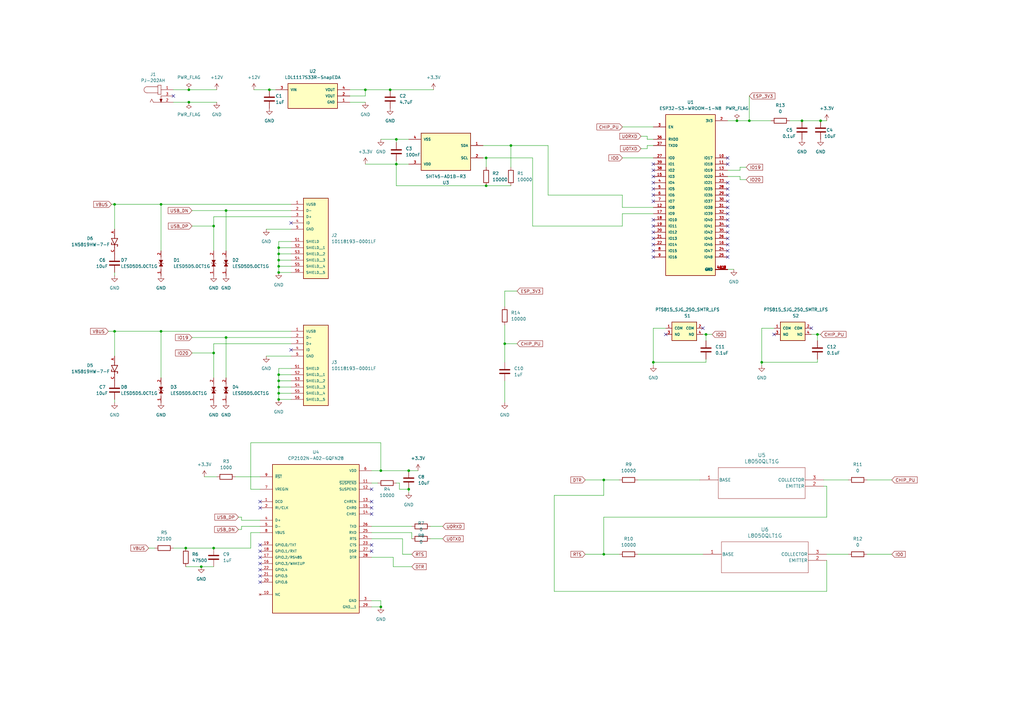
<source format=kicad_sch>
(kicad_sch (version 20230121) (generator eeschema)
  (paper "A3")
  (junction (at 162.56 67.31))
  (junction (at 302.26 49.53))
  (junction (at 209.55 59.69))
  (junction (at 82.55 232.41))
  (junction (at 267.97 148.59))
  (junction (at 156.21 248.92))
  (junction (at 247.65 196.85))
  (junction (at 335.28 137.16))
  (junction (at 114.3 109.22))
  (junction (at 114.3 104.14))
  (junction (at 160.02 36.83))
  (junction (at 199.39 76.2))
  (junction (at 247.65 227.33))
  (junction (at 114.3 156.21))
  (junction (at 289.56 137.16))
  (junction (at 328.93 49.53))
  (junction (at 87.63 224.79))
  (junction (at 156.21 193.04))
  (junction (at 46.99 135.89))
  (junction (at 114.3 106.68))
  (junction (at 110.49 36.83))
  (junction (at 336.55 49.53))
  (junction (at 66.04 135.89))
  (junction (at 207.01 140.97))
  (junction (at 307.34 49.53))
  (junction (at 92.71 86.36))
  (junction (at 149.86 36.83))
  (junction (at 77.47 36.83))
  (junction (at 312.42 148.59))
  (junction (at 114.3 153.67))
  (junction (at 46.99 83.82))
  (junction (at 87.63 144.78))
  (junction (at 114.3 161.29))
  (junction (at 114.3 163.83))
  (junction (at 167.64 193.04))
  (junction (at 114.3 158.75))
  (junction (at 66.04 83.82))
  (junction (at 87.63 92.71))
  (junction (at 114.3 111.76))
  (junction (at 76.2 224.79))
  (junction (at 162.56 57.15))
  (junction (at 77.47 41.91))
  (junction (at 167.64 200.66))
  (junction (at 114.3 101.6))
  (junction (at 199.39 64.77))
  (junction (at 92.71 138.43))
  (no_connect (at 267.97 69.85))
  (no_connect (at 119.38 143.51))
  (no_connect (at 298.45 64.77))
  (no_connect (at 298.45 105.41))
  (no_connect (at 152.4 223.52))
  (no_connect (at 298.45 90.17))
  (no_connect (at 267.97 105.41))
  (no_connect (at 267.97 92.71))
  (no_connect (at 267.97 72.39))
  (no_connect (at 267.97 97.79))
  (no_connect (at 298.45 87.63))
  (no_connect (at 71.12 39.37))
  (no_connect (at 267.97 82.55))
  (no_connect (at 152.4 226.06))
  (no_connect (at 267.97 77.47))
  (no_connect (at 298.45 95.25))
  (no_connect (at 298.45 67.31))
  (no_connect (at 106.68 238.76))
  (no_connect (at 298.45 74.93))
  (no_connect (at 317.5 137.16))
  (no_connect (at 267.97 90.17))
  (no_connect (at 106.68 236.22))
  (no_connect (at 152.4 210.82))
  (no_connect (at 298.45 80.01))
  (no_connect (at 106.68 223.52))
  (no_connect (at 298.45 92.71))
  (no_connect (at 106.68 233.68))
  (no_connect (at 298.45 82.55))
  (no_connect (at 106.68 231.14))
  (no_connect (at 152.4 208.28))
  (no_connect (at 298.45 102.87))
  (no_connect (at 267.97 102.87))
  (no_connect (at 288.29 134.62))
  (no_connect (at 267.97 100.33))
  (no_connect (at 152.4 205.74))
  (no_connect (at 106.68 208.28))
  (no_connect (at 298.45 85.09))
  (no_connect (at 298.45 77.47))
  (no_connect (at 267.97 67.31))
  (no_connect (at 267.97 74.93))
  (no_connect (at 298.45 100.33))
  (no_connect (at 298.45 97.79))
  (no_connect (at 152.4 200.66))
  (no_connect (at 106.68 228.6))
  (no_connect (at 273.05 137.16))
  (no_connect (at 106.68 226.06))
  (no_connect (at 332.74 134.62))
  (no_connect (at 119.38 91.44))
  (no_connect (at 267.97 80.01))
  (no_connect (at 267.97 95.25))
  (no_connect (at 106.68 205.74))
  (wire (pts (xy 143.51 36.83) (xy 149.86 36.83)))
  (wire (pts (xy 267.97 148.59) (xy 289.56 148.59)))
  (wire (pts (xy 114.3 158.75) (xy 119.38 158.75)))
  (wire (pts (xy 199.39 64.77) (xy 218.44 64.77)))
  (wire (pts (xy 46.99 83.82) (xy 66.04 83.82)))
  (wire (pts (xy 156.21 246.38) (xy 156.21 248.92)))
  (wire (pts (xy 207.01 156.21) (xy 207.01 165.1)))
  (wire (pts (xy 162.56 66.04) (xy 162.56 67.31)))
  (wire (pts (xy 110.49 36.83) (xy 113.03 36.83)))
  (wire (pts (xy 261.62 227.33) (xy 288.29 227.33)))
  (wire (pts (xy 114.3 104.14) (xy 114.3 106.68)))
  (wire (pts (xy 289.56 137.16) (xy 292.1 137.16)))
  (wire (pts (xy 198.12 64.77) (xy 199.39 64.77)))
  (wire (pts (xy 255.27 92.71) (xy 255.27 87.63)))
  (wire (pts (xy 104.14 36.83) (xy 110.49 36.83)))
  (wire (pts (xy 161.29 228.6) (xy 161.29 232.41)))
  (wire (pts (xy 71.12 41.91) (xy 77.47 41.91)))
  (wire (pts (xy 149.86 36.83) (xy 160.02 36.83)))
  (wire (pts (xy 207.01 140.97) (xy 207.01 148.59)))
  (wire (pts (xy 255.27 85.09) (xy 267.97 85.09)))
  (wire (pts (xy 162.56 57.15) (xy 162.56 58.42)))
  (wire (pts (xy 114.3 101.6) (xy 114.3 104.14)))
  (wire (pts (xy 209.55 59.69) (xy 198.12 59.69)))
  (wire (pts (xy 255.27 87.63) (xy 267.97 87.63)))
  (wire (pts (xy 298.45 72.39) (xy 303.53 72.39)))
  (wire (pts (xy 114.3 104.14) (xy 119.38 104.14)))
  (wire (pts (xy 335.28 137.16) (xy 336.55 137.16)))
  (wire (pts (xy 114.3 109.22) (xy 114.3 111.76)))
  (wire (pts (xy 114.3 99.06) (xy 114.3 101.6)))
  (wire (pts (xy 66.04 83.82) (xy 119.38 83.82)))
  (wire (pts (xy 339.09 49.53) (xy 336.55 49.53)))
  (wire (pts (xy 224.79 59.69) (xy 209.55 59.69)))
  (wire (pts (xy 71.12 36.83) (xy 77.47 36.83)))
  (wire (pts (xy 207.01 140.97) (xy 212.09 140.97)))
  (wire (pts (xy 99.06 217.17) (xy 99.06 215.9)))
  (wire (pts (xy 262.89 55.88) (xy 265.43 55.88)))
  (wire (pts (xy 152.4 218.44) (xy 168.91 218.44)))
  (wire (pts (xy 312.42 134.62) (xy 312.42 148.59)))
  (wire (pts (xy 78.74 138.43) (xy 92.71 138.43)))
  (wire (pts (xy 303.53 69.85) (xy 303.53 68.58)))
  (wire (pts (xy 87.63 144.78) (xy 87.63 140.97)))
  (wire (pts (xy 114.3 156.21) (xy 114.3 158.75)))
  (wire (pts (xy 339.09 229.87) (xy 339.09 242.57)))
  (wire (pts (xy 78.74 86.36) (xy 92.71 86.36)))
  (wire (pts (xy 114.3 158.75) (xy 114.3 161.29)))
  (wire (pts (xy 335.28 147.32) (xy 335.28 148.59)))
  (wire (pts (xy 87.63 144.78) (xy 87.63 154.94)))
  (wire (pts (xy 87.63 88.9) (xy 119.38 88.9)))
  (wire (pts (xy 176.53 220.98) (xy 181.61 220.98)))
  (wire (pts (xy 337.82 196.85) (xy 347.98 196.85)))
  (wire (pts (xy 336.55 49.53) (xy 328.93 49.53)))
  (wire (pts (xy 339.09 242.57) (xy 227.33 242.57)))
  (wire (pts (xy 78.74 92.71) (xy 87.63 92.71)))
  (wire (pts (xy 46.99 135.89) (xy 46.99 146.05)))
  (wire (pts (xy 114.3 101.6) (xy 119.38 101.6)))
  (wire (pts (xy 298.45 69.85) (xy 303.53 69.85)))
  (wire (pts (xy 96.52 195.58) (xy 106.68 195.58)))
  (wire (pts (xy 143.51 39.37) (xy 149.86 39.37)))
  (wire (pts (xy 227.33 203.2) (xy 247.65 203.2)))
  (wire (pts (xy 152.4 246.38) (xy 156.21 246.38)))
  (wire (pts (xy 218.44 92.71) (xy 218.44 64.77)))
  (wire (pts (xy 162.56 198.12) (xy 163.83 198.12)))
  (wire (pts (xy 102.87 200.66) (xy 102.87 181.61)))
  (wire (pts (xy 102.87 224.79) (xy 87.63 224.79)))
  (wire (pts (xy 77.47 41.91) (xy 88.9 41.91)))
  (wire (pts (xy 302.26 49.53) (xy 307.34 49.53)))
  (wire (pts (xy 76.2 232.41) (xy 82.55 232.41)))
  (wire (pts (xy 337.82 199.39) (xy 339.09 199.39)))
  (wire (pts (xy 165.1 220.98) (xy 165.1 227.33)))
  (wire (pts (xy 317.5 134.62) (xy 312.42 134.62)))
  (wire (pts (xy 92.71 138.43) (xy 92.71 154.94)))
  (wire (pts (xy 303.53 72.39) (xy 303.53 73.66)))
  (wire (pts (xy 156.21 57.15) (xy 162.56 57.15)))
  (wire (pts (xy 247.65 227.33) (xy 254 227.33)))
  (wire (pts (xy 152.4 198.12) (xy 154.94 198.12)))
  (wire (pts (xy 114.3 163.83) (xy 119.38 163.83)))
  (wire (pts (xy 102.87 218.44) (xy 102.87 224.79)))
  (wire (pts (xy 66.04 135.89) (xy 66.04 154.94)))
  (wire (pts (xy 114.3 153.67) (xy 114.3 156.21)))
  (wire (pts (xy 323.85 49.53) (xy 328.93 49.53)))
  (wire (pts (xy 312.42 148.59) (xy 312.42 149.86)))
  (wire (pts (xy 152.4 248.92) (xy 156.21 248.92)))
  (wire (pts (xy 303.53 73.66) (xy 306.07 73.66)))
  (wire (pts (xy 78.74 144.78) (xy 87.63 144.78)))
  (wire (pts (xy 199.39 64.77) (xy 199.39 68.58)))
  (wire (pts (xy 262.89 60.96) (xy 265.43 60.96)))
  (wire (pts (xy 218.44 92.71) (xy 255.27 92.71)))
  (wire (pts (xy 109.22 146.05) (xy 119.38 146.05)))
  (wire (pts (xy 247.65 203.2) (xy 247.65 196.85)))
  (wire (pts (xy 46.99 135.89) (xy 66.04 135.89)))
  (wire (pts (xy 261.62 196.85) (xy 287.02 196.85)))
  (wire (pts (xy 332.74 137.16) (xy 335.28 137.16)))
  (wire (pts (xy 87.63 140.97) (xy 119.38 140.97)))
  (wire (pts (xy 267.97 134.62) (xy 267.97 148.59)))
  (wire (pts (xy 76.2 224.79) (xy 87.63 224.79)))
  (wire (pts (xy 102.87 181.61) (xy 156.21 181.61)))
  (wire (pts (xy 46.99 83.82) (xy 46.99 93.98)))
  (wire (pts (xy 92.71 86.36) (xy 119.38 86.36)))
  (wire (pts (xy 307.34 49.53) (xy 316.23 49.53)))
  (wire (pts (xy 143.51 41.91) (xy 149.86 41.91)))
  (wire (pts (xy 167.64 201.93) (xy 167.64 200.66)))
  (wire (pts (xy 77.47 36.83) (xy 88.9 36.83)))
  (wire (pts (xy 114.3 161.29) (xy 119.38 161.29)))
  (wire (pts (xy 163.83 198.12) (xy 163.83 200.66)))
  (wire (pts (xy 240.03 196.85) (xy 247.65 196.85)))
  (wire (pts (xy 199.39 76.2) (xy 209.55 76.2)))
  (wire (pts (xy 168.91 218.44) (xy 168.91 220.98)))
  (wire (pts (xy 339.09 212.09) (xy 247.65 212.09)))
  (wire (pts (xy 87.63 92.71) (xy 87.63 88.9)))
  (wire (pts (xy 163.83 200.66) (xy 167.64 200.66)))
  (wire (pts (xy 114.3 156.21) (xy 119.38 156.21)))
  (wire (pts (xy 149.86 39.37) (xy 149.86 36.83)))
  (wire (pts (xy 119.38 151.13) (xy 114.3 151.13)))
  (wire (pts (xy 267.97 148.59) (xy 267.97 149.86)))
  (wire (pts (xy 265.43 57.15) (xy 267.97 57.15)))
  (wire (pts (xy 92.71 138.43) (xy 119.38 138.43)))
  (wire (pts (xy 247.65 212.09) (xy 247.65 227.33)))
  (wire (pts (xy 298.45 49.53) (xy 302.26 49.53)))
  (wire (pts (xy 99.06 213.36) (xy 106.68 213.36)))
  (wire (pts (xy 99.06 212.09) (xy 99.06 213.36)))
  (wire (pts (xy 335.28 148.59) (xy 312.42 148.59)))
  (wire (pts (xy 167.64 193.04) (xy 171.45 193.04)))
  (wire (pts (xy 339.09 199.39) (xy 339.09 212.09)))
  (wire (pts (xy 160.02 36.83) (xy 177.8 36.83)))
  (wire (pts (xy 212.09 119.38) (xy 207.01 119.38)))
  (wire (pts (xy 335.28 137.16) (xy 335.28 139.7)))
  (wire (pts (xy 209.55 59.69) (xy 209.55 68.58)))
  (wire (pts (xy 162.56 67.31) (xy 167.64 67.31)))
  (wire (pts (xy 288.29 137.16) (xy 289.56 137.16)))
  (wire (pts (xy 114.3 106.68) (xy 114.3 109.22)))
  (wire (pts (xy 114.3 161.29) (xy 114.3 163.83)))
  (wire (pts (xy 45.72 83.82) (xy 46.99 83.82)))
  (wire (pts (xy 273.05 134.62) (xy 267.97 134.62)))
  (wire (pts (xy 207.01 133.35) (xy 207.01 140.97)))
  (wire (pts (xy 255.27 52.07) (xy 267.97 52.07)))
  (wire (pts (xy 109.22 93.98) (xy 119.38 93.98)))
  (wire (pts (xy 114.3 151.13) (xy 114.3 153.67)))
  (wire (pts (xy 265.43 59.69) (xy 267.97 59.69)))
  (wire (pts (xy 99.06 215.9) (xy 106.68 215.9)))
  (wire (pts (xy 97.79 212.09) (xy 99.06 212.09)))
  (wire (pts (xy 114.3 153.67) (xy 119.38 153.67)))
  (wire (pts (xy 355.6 227.33) (xy 365.76 227.33)))
  (wire (pts (xy 199.39 76.2) (xy 162.56 76.2)))
  (wire (pts (xy 114.3 106.68) (xy 119.38 106.68)))
  (wire (pts (xy 224.79 80.01) (xy 224.79 59.69)))
  (wire (pts (xy 114.3 109.22) (xy 119.38 109.22)))
  (wire (pts (xy 265.43 55.88) (xy 265.43 57.15)))
  (wire (pts (xy 176.53 215.9) (xy 181.61 215.9)))
  (wire (pts (xy 156.21 193.04) (xy 167.64 193.04)))
  (wire (pts (xy 307.34 39.37) (xy 307.34 49.53)))
  (wire (pts (xy 152.4 220.98) (xy 165.1 220.98)))
  (wire (pts (xy 119.38 99.06) (xy 114.3 99.06)))
  (wire (pts (xy 303.53 68.58) (xy 306.07 68.58)))
  (wire (pts (xy 240.03 227.33) (xy 247.65 227.33)))
  (wire (pts (xy 152.4 228.6) (xy 161.29 228.6)))
  (wire (pts (xy 83.82 195.58) (xy 88.9 195.58)))
  (wire (pts (xy 289.56 147.32) (xy 289.56 148.59)))
  (wire (pts (xy 224.79 80.01) (xy 255.27 80.01)))
  (wire (pts (xy 255.27 80.01) (xy 255.27 85.09)))
  (wire (pts (xy 161.29 232.41) (xy 168.91 232.41)))
  (wire (pts (xy 114.3 111.76) (xy 119.38 111.76)))
  (wire (pts (xy 152.4 193.04) (xy 156.21 193.04)))
  (wire (pts (xy 152.4 215.9) (xy 168.91 215.9)))
  (wire (pts (xy 97.79 217.17) (xy 99.06 217.17)))
  (wire (pts (xy 355.6 196.85) (xy 365.76 196.85)))
  (wire (pts (xy 71.12 224.79) (xy 76.2 224.79)))
  (wire (pts (xy 156.21 181.61) (xy 156.21 193.04)))
  (wire (pts (xy 162.56 57.15) (xy 167.64 57.15)))
  (wire (pts (xy 44.45 135.89) (xy 46.99 135.89)))
  (wire (pts (xy 82.55 232.41) (xy 87.63 232.41)))
  (wire (pts (xy 162.56 76.2) (xy 162.56 67.31)))
  (wire (pts (xy 207.01 119.38) (xy 207.01 125.73)))
  (wire (pts (xy 300.99 110.49) (xy 298.45 110.49)))
  (wire (pts (xy 165.1 227.33) (xy 168.91 227.33)))
  (wire (pts (xy 265.43 60.96) (xy 265.43 59.69)))
  (wire (pts (xy 227.33 242.57) (xy 227.33 203.2)))
  (wire (pts (xy 66.04 83.82) (xy 66.04 102.87)))
  (wire (pts (xy 247.65 196.85) (xy 254 196.85)))
  (wire (pts (xy 339.09 227.33) (xy 347.98 227.33)))
  (wire (pts (xy 92.71 86.36) (xy 92.71 102.87)))
  (wire (pts (xy 255.27 64.77) (xy 267.97 64.77)))
  (wire (pts (xy 66.04 135.89) (xy 119.38 135.89)))
  (wire (pts (xy 87.63 92.71) (xy 87.63 102.87)))
  (wire (pts (xy 46.99 111.76) (xy 46.99 113.03)))
  (wire (pts (xy 60.96 224.79) (xy 63.5 224.79)))
  (wire (pts (xy 289.56 137.16) (xy 289.56 139.7)))
  (wire (pts (xy 46.99 163.83) (xy 46.99 165.1)))
  (wire (pts (xy 106.68 218.44) (xy 102.87 218.44)))
  (wire (pts (xy 149.86 67.31) (xy 162.56 67.31)))
  (wire (pts (xy 106.68 200.66) (xy 102.87 200.66)))
  (global_label "U0RXD" (shape input) (at 262.89 55.88 180) (property "Intersheetrefs" "${INTERSHEET_REFS}" (effects hide)))
  (global_label "VBUS" (shape input) (at 44.45 135.89 180) (property "Intersheetrefs" "${INTERSHEET_REFS}" (effects hide)))
  (global_label "IO0" (shape input) (at 292.1 137.16 0) (property "Intersheetrefs" "${INTERSHEET_REFS}" (effects hide)))
  (global_label "U0RXD" (shape input) (at 181.61 215.9 0) (property "Intersheetrefs" "${INTERSHEET_REFS}" (effects hide)))
  (global_label "U0TXD" (shape input) (at 181.61 220.98 0) (property "Intersheetrefs" "${INTERSHEET_REFS}" (effects hide)))
  (global_label "CHIP_PU" (shape input) (at 365.76 196.85 0) (property "Intersheetrefs" "${INTERSHEET_REFS}" (effects hide)))
  (global_label "ESP_3V3" (shape input) (at 307.34 39.37 0) (property "Intersheetrefs" "${INTERSHEET_REFS}" (effects hide)))
  (global_label "CHIP_PU" (shape input) (at 255.27 52.07 180) (property "Intersheetrefs" "${INTERSHEET_REFS}" (effects hide)))
  (global_label "DTR" (shape input) (at 240.03 196.85 180) (property "Intersheetrefs" "${INTERSHEET_REFS}" (effects hide)))
  (global_label "IO19" (shape input) (at 306.07 68.58 0) (property "Intersheetrefs" "${INTERSHEET_REFS}" (effects hide)))
  (global_label "RTS" (shape input) (at 240.03 227.33 180) (property "Intersheetrefs" "${INTERSHEET_REFS}" (effects hide)))
  (global_label "IO0" (shape input) (at 255.27 64.77 180) (property "Intersheetrefs" "${INTERSHEET_REFS}" (effects hide)))
  (global_label "CHIP_PU" (shape input) (at 212.09 140.97 0) (property "Intersheetrefs" "${INTERSHEET_REFS}" (effects hide)))
  (global_label "IO20" (shape input) (at 78.74 144.78 180) (property "Intersheetrefs" "${INTERSHEET_REFS}" (effects hide)))
  (global_label "USB_DP" (shape input) (at 78.74 92.71 180) (property "Intersheetrefs" "${INTERSHEET_REFS}" (effects hide)))
  (global_label "VBUS" (shape input) (at 45.72 83.82 180) (property "Intersheetrefs" "${INTERSHEET_REFS}" (effects hide)))
  (global_label "U0TXD" (shape input) (at 262.89 60.96 180) (property "Intersheetrefs" "${INTERSHEET_REFS}" (effects hide)))
  (global_label "VBUS" (shape input) (at 60.96 224.79 180) (property "Intersheetrefs" "${INTERSHEET_REFS}" (effects hide)))
  (global_label "USB_DN" (shape input) (at 97.79 217.17 180) (property "Intersheetrefs" "${INTERSHEET_REFS}" (effects hide)))
  (global_label "RTS" (shape input) (at 168.91 227.33 0) (property "Intersheetrefs" "${INTERSHEET_REFS}" (effects hide)))
  (global_label "IO20" (shape input) (at 306.07 73.66 0) (property "Intersheetrefs" "${INTERSHEET_REFS}" (effects hide)))
  (global_label "CHIP_PU" (shape input) (at 336.55 137.16 0) (property "Intersheetrefs" "${INTERSHEET_REFS}" (effects hide)))
  (global_label "ESP_3V3" (shape input) (at 212.09 119.38 0) (property "Intersheetrefs" "${INTERSHEET_REFS}" (effects hide)))
  (global_label "USB_DN" (shape input) (at 78.74 86.36 180) (property "Intersheetrefs" "${INTERSHEET_REFS}" (effects hide)))
  (global_label "DTR" (shape input) (at 168.91 232.41 0) (property "Intersheetrefs" "${INTERSHEET_REFS}" (effects hide)))
  (global_label "USB_DP" (shape input) (at 97.79 212.09 180) (property "Intersheetrefs" "${INTERSHEET_REFS}" (effects hide)))
  (global_label "IO19" (shape input) (at 78.74 138.43 180) (property "Intersheetrefs" "${INTERSHEET_REFS}" (effects hide)))
  (global_label "IO0" (shape input) (at 365.76 227.33 0) (property "Intersheetrefs" "${INTERSHEET_REFS}" (effects hide)))
  (symbol (lib_id "ECE445:LESD5D5.0CT1G") (at 92.71 160.02 90) (unit 1)
    (property "Reference" "D4" (at 95.25 158.75 90) (effects (justify right)))
    (property "Value" "LESD5D5.0CT1G" (at 95.25 161.29 90) (effects (justify right)))
    (property "Footprint" "ECE445:LESD5D5_0CT1G" (effects hide))
    (property "MF" "Leshan Radio Co." (effects hide))
    (property "MAXIMUM_PACKAGE_HEIGHT" "0.7 mm" (effects hide))
    (property "Package" "None" (effects hide))
    (property "Price" "None" (effects hide))
    (property "Check_prices" "https://www.snapeda.com/parts/LESD5D5.0CT1G/Leshan+Radio+Co./view-part/?ref=eda" (effects hide))
    (property "STANDARD" "Manufacturer Recommendations" (effects hide))
    (property "PARTREV" "O" (effects hide))
    (property "SnapEDA_Link" "https://www.snapeda.com/parts/LESD5D5.0CT1G/Leshan+Radio+Co./view-part/?ref=snap" (effects hide))
    (property "MP" "LESD5D5.0CT1G" (effects hide))
    (property "Description" "\nTransient Voltage Suppressors for ESD Protection\n" (effects hide))
    (property "Availability" "Not in stock" (effects hide))
    (property "MANUFACTURER" "LRC" (effects hide))
  )
  (symbol (lib_id "power:GND") (at 328.93 57.15 0) (mirror y) (unit 1)
    (property "Reference" "#PWR014" (effects hide))
    (property "Value" "GND" (at 328.93 62.23 0))
  )
  (symbol (lib_id "Device:R") (at 209.55 72.39 0) (unit 1)
    (property "Reference" "R1" (at 212.09 71.12 0) (effects (justify left)))
    (property "Value" "10000" (at 212.09 73.66 0) (effects (justify left)))
    (property "Footprint" "Resistor_SMD:R_0805_2012Metric_Pad1.20x1.40mm_HandSolder" (effects hide))
  )
  (symbol (lib_id "Device:R") (at 172.72 220.98 90) (unit 1)
    (property "Reference" "R8" (at 172.72 219.71 90))
    (property "Value" "0" (at 172.72 222.25 90))
    (property "Footprint" "Resistor_SMD:R_0805_2012Metric_Pad1.20x1.40mm_HandSolder" (effects hide))
  )
  (symbol (lib_id "power:PWR_FLAG") (at 77.47 36.83 0) (unit 1)
    (property "Reference" "#FLG01" (effects hide))
    (property "Value" "PWR_FLAG" (at 77.47 31.75 0))
  )
  (symbol (lib_id "power:GND") (at 66.04 165.1 0) (unit 1)
    (property "Reference" "#PWR033" (effects hide))
    (property "Value" "GND" (at 66.04 170.18 0))
  )
  (symbol (lib_id "ECE445:L8050QLT1G") (at 288.29 227.33 0) (unit 1)
    (property "Reference" "U6" (at 313.69 217.17 0) (effects (font (size 1.524 1.524))))
    (property "Value" "L8050QLT1G" (at 313.69 219.71 0) (effects (font (size 1.524 1.524))))
    (property "Footprint" "ECE445:SOT-23_ONS" (effects hide))
    (property "Datasheet" "KSC3265YMTF" (effects hide))
  )
  (symbol (lib_id "Device:R") (at 257.81 196.85 90) (unit 1)
    (property "Reference" "R9" (at 257.81 190.5 90))
    (property "Value" "10000" (at 257.81 193.04 90))
    (property "Footprint" "Resistor_SMD:R_0805_2012Metric_Pad1.20x1.40mm_HandSolder" (effects hide))
  )
  (symbol (lib_id "power:GND") (at 87.63 165.1 0) (unit 1)
    (property "Reference" "#PWR018" (effects hide))
    (property "Value" "GND" (at 87.63 170.18 0))
  )
  (symbol (lib_id "ECE445:L8050QLT1G") (at 287.02 196.85 0) (unit 1)
    (property "Reference" "U5" (at 312.42 186.69 0) (effects (font (size 1.524 1.524))))
    (property "Value" "L8050QLT1G" (at 312.42 189.23 0) (effects (font (size 1.524 1.524))))
    (property "Footprint" "ECE445:SOT-23_ONS" (effects hide))
    (property "Datasheet" "KSC3265YMTF" (effects hide))
  )
  (symbol (lib_id "Device:R") (at 207.01 129.54 0) (unit 1)
    (property "Reference" "R14" (at 209.55 128.27 0) (effects (justify left)))
    (property "Value" "10000" (at 209.55 130.81 0) (effects (justify left)))
    (property "Footprint" "Resistor_SMD:R_0805_2012Metric_Pad1.20x1.40mm_HandSolder" (effects hide))
  )
  (symbol (lib_id "Device:C") (at 87.63 228.6 0) (unit 1)
    (property "Reference" "C9" (at 91.44 227.33 0) (effects (justify left)))
    (property "Value" "1uF" (at 91.44 229.87 0) (effects (justify left)))
    (property "Footprint" "Capacitor_SMD:C_0805_2012Metric_Pad1.18x1.45mm_HandSolder" (effects hide))
  )
  (symbol (lib_id "ECE445:10118193-0001LF") (at 129.54 143.51 0) (unit 1)
    (property "Reference" "J3" (at 135.89 148.59 0) (effects (justify left)))
    (property "Value" "10118193-0001LF" (at 135.89 151.13 0) (effects (justify left)))
    (property "Footprint" "ECE445:10118193-0001LF" (effects hide))
    (property "PARTREV" "E" (effects hide))
    (property "MANUFACTURER" "Amphenol FCI" (effects hide))
    (property "MAXIMUM_PACKAGE_HEIGHT" "2.55 mm" (effects hide))
    (property "STANDARD" "Manufacturer Recommendations" (effects hide))
  )
  (symbol (lib_id "Device:C") (at 160.02 40.64 0) (unit 1)
    (property "Reference" "C2" (at 163.83 39.37 0) (effects (justify left)))
    (property "Value" "4.7uF" (at 163.83 41.91 0) (effects (justify left)))
    (property "Footprint" "Capacitor_SMD:C_0805_2012Metric_Pad1.18x1.45mm_HandSolder" (effects hide))
  )
  (symbol (lib_id "ECE445:1N5819HW-7-F") (at 46.99 151.13 270) (unit 1)
    (property "Reference" "D5" (at 35.56 149.86 90) (effects (justify left)))
    (property "Value" "1N5819HW-7-F" (at 29.21 152.4 90) (effects (justify left)))
    (property "Footprint" "ECE445:1N5819HW-7-F" (effects hide))
    (property "PARTREV" "18-2" (effects hide))
    (property "STANDARD" "IPC-7351B" (effects hide))
    (property "MANUFACTURER" "Diodes Inc." (effects hide))
  )
  (symbol (lib_id "Device:C") (at 335.28 143.51 0) (unit 1)
    (property "Reference" "C12" (at 339.09 142.24 0) (effects (justify left)))
    (property "Value" "0.1uF" (at 339.09 144.78 0) (effects (justify left)))
    (property "Footprint" "Capacitor_SMD:C_0805_2012Metric_Pad1.18x1.45mm_HandSolder" (effects hide))
  )
  (symbol (lib_id "ECE445:1N5819HW-7-F") (at 46.99 99.06 270) (unit 1)
    (property "Reference" "D6" (at 35.56 97.79 90) (effects (justify left)))
    (property "Value" "1N5819HW-7-F" (at 29.21 100.33 90) (effects (justify left)))
    (property "Footprint" "ECE445:1N5819HW-7-F" (effects hide))
    (property "PARTREV" "18-2" (effects hide))
    (property "STANDARD" "IPC-7351B" (effects hide))
    (property "MANUFACTURER" "Diodes Inc." (effects hide))
  )
  (symbol (lib_id "ECE445:LESD5D5.0CT1G") (at 87.63 107.95 90) (unit 1)
    (property "Reference" "D1" (at 71.12 106.68 90) (effects (justify right)))
    (property "Value" "LESD5D5.0CT1G" (at 71.12 109.22 90) (effects (justify right)))
    (property "Footprint" "ECE445:LESD5D5_0CT1G" (effects hide))
    (property "MF" "Leshan Radio Co." (effects hide))
    (property "MAXIMUM_PACKAGE_HEIGHT" "0.7 mm" (effects hide))
    (property "Package" "None" (effects hide))
    (property "Price" "None" (effects hide))
    (property "Check_prices" "https://www.snapeda.com/parts/LESD5D5.0CT1G/Leshan+Radio+Co./view-part/?ref=eda" (effects hide))
    (property "STANDARD" "Manufacturer Recommendations" (effects hide))
    (property "PARTREV" "O" (effects hide))
    (property "SnapEDA_Link" "https://www.snapeda.com/parts/LESD5D5.0CT1G/Leshan+Radio+Co./view-part/?ref=snap" (effects hide))
    (property "MP" "LESD5D5.0CT1G" (effects hide))
    (property "Description" "\nTransient Voltage Suppressors for ESD Protection\n" (effects hide))
    (property "Availability" "Not in stock" (effects hide))
    (property "MANUFACTURER" "LRC" (effects hide))
  )
  (symbol (lib_id "power:GND") (at 267.97 149.86 0) (unit 1)
    (property "Reference" "#PWR030" (effects hide))
    (property "Value" "GND" (at 267.97 154.94 0))
  )
  (symbol (lib_id "power:+12V") (at 88.9 36.83 0) (unit 1)
    (property "Reference" "#PWR01" (effects hide))
    (property "Value" "+12V" (at 88.9 31.75 0))
  )
  (symbol (lib_id "power:+3.3V") (at 171.45 193.04 0) (unit 1)
    (property "Reference" "#PWR025" (effects hide))
    (property "Value" "+3.3V" (at 171.45 187.96 0))
  )
  (symbol (lib_id "ECE445:ESP32-S3-WROOM-1-N8") (at 283.21 77.47 0) (unit 1)
    (property "Reference" "U1" (at 283.21 41.91 0))
    (property "Value" "ESP32-S3-WROOM-1-N8" (at 283.21 44.45 0))
    (property "Footprint" "ECE445:ESP32-S3-WROOM-1-N8-SnapEDA" (effects hide))
    (property "DigiKey_Part_Number" "1965-ESP32-S3-WROOM-1-N8TR-ND" (effects hide))
    (property "MF" "Espressif Systems" (effects hide))
    (property "DESCRIPTION" "Bluetooth, WiFi 802.11b/g/n, Bluetooth v5.0 Transceiver Module 2.4GHz PCB Trace Surface Mount" (effects hide))
    (property "PACKAGE" "None" (effects hide))
    (property "PRICE" "None" (effects hide))
    (property "Package" "NON STANDARD Espressif Systems" (effects hide))
    (property "Check_prices" "https://www.snapeda.com/parts/ESP32-S3-WROOM-1-N8/Espressif+Systems/view-part/?ref=eda" (effects hide))
    (property "SnapEDA_Link" "https://www.snapeda.com/parts/ESP32-S3-WROOM-1-N8/Espressif+Systems/view-part/?ref=snap" (effects hide))
    (property "MP" "ESP32-S3-WROOM-1-N8" (effects hide))
    (property "Purchase-URL" "https://www.snapeda.com/api/url_track_click_mouser/?unipart_id=11020927&manufacturer=Espressif Systems&part_name=ESP32-S3-WROOM-1-N8&search_term=None" (effects hide))
    (property "Description" "\nWiFi 802.11a/b/g/n, Bluetooth v5.0 Transceiver Module 2.4GHz Antenna Not Included -\n" (effects hide))
    (property "AVAILABILITY" "In Stock" (effects hide))
    (property "PURCHASE-URL" "https://pricing.snapeda.com/search/part/ESP32-S3-WROOM-1-N8R8/?ref=eda" (effects hide))
  )
  (symbol (lib_id "power:GND") (at 167.64 201.93 0) (unit 1)
    (property "Reference" "#PWR026" (effects hide))
    (property "Value" "GND" (at 167.64 207.01 0))
  )
  (symbol (lib_id "Device:R") (at 158.75 198.12 270) (unit 1)
    (property "Reference" "R4" (at 158.75 200.66 90))
    (property "Value" "10000" (at 158.75 203.2 90))
    (property "Footprint" "Resistor_SMD:R_0805_2012Metric_Pad1.20x1.40mm_HandSolder" (effects hide))
  )
  (symbol (lib_id "Device:R") (at 92.71 195.58 90) (unit 1)
    (property "Reference" "R3" (at 92.71 189.23 90))
    (property "Value" "1000" (at 92.71 191.77 90))
    (property "Footprint" "Resistor_SMD:R_0805_2012Metric_Pad1.20x1.40mm_HandSolder" (effects hide))
  )
  (symbol (lib_id "power:GND") (at 149.86 41.91 0) (unit 1)
    (property "Reference" "#PWR04" (effects hide))
    (property "Value" "GND" (at 149.86 46.99 0))
  )
  (symbol (lib_id "Device:R") (at 172.72 215.9 90) (unit 1)
    (property "Reference" "R7" (at 172.72 214.63 90))
    (property "Value" "0" (at 172.72 217.17 90))
    (property "Footprint" "Resistor_SMD:R_0805_2012Metric_Pad1.20x1.40mm_HandSolder" (effects hide))
  )
  (symbol (lib_id "power:GND") (at 46.99 113.03 0) (unit 1)
    (property "Reference" "#PWR022" (effects hide))
    (property "Value" "GND" (at 46.99 118.11 0))
  )
  (symbol (lib_id "power:GND") (at 110.49 44.45 0) (unit 1)
    (property "Reference" "#PWR012" (effects hide))
    (property "Value" "GND" (at 110.49 49.53 0))
  )
  (symbol (lib_id "power:GND") (at 92.71 165.1 0) (unit 1)
    (property "Reference" "#PWR019" (effects hide))
    (property "Value" "GND" (at 92.71 170.18 0))
  )
  (symbol (lib_id "Device:R") (at 257.81 227.33 90) (unit 1)
    (property "Reference" "R10" (at 257.81 220.98 90))
    (property "Value" "10000" (at 257.81 223.52 90))
    (property "Footprint" "Resistor_SMD:R_0805_2012Metric_Pad1.20x1.40mm_HandSolder" (effects hide))
  )
  (symbol (lib_id "power:GND") (at 87.63 113.03 0) (unit 1)
    (property "Reference" "#PWR016" (effects hide))
    (property "Value" "GND" (at 87.63 118.11 0))
  )
  (symbol (lib_id "ECE445:10118193-0001LF") (at 129.54 91.44 0) (unit 1)
    (property "Reference" "J2" (at 135.89 96.52 0) (effects (justify left)))
    (property "Value" "10118193-0001LF" (at 135.89 99.06 0) (effects (justify left)))
    (property "Footprint" "ECE445:10118193-0001LF" (effects hide))
    (property "PARTREV" "E" (effects hide))
    (property "MANUFACTURER" "Amphenol FCI" (effects hide))
    (property "MAXIMUM_PACKAGE_HEIGHT" "2.55 mm" (effects hide))
    (property "STANDARD" "Manufacturer Recommendations" (effects hide))
  )
  (symbol (lib_id "Device:C") (at 328.93 53.34 0) (mirror y) (unit 1)
    (property "Reference" "C5" (at 325.12 53.34 0) (effects (justify left)))
    (property "Value" "0.1uF" (at 326.39 55.88 0) (effects (justify left)))
    (property "Footprint" "Capacitor_SMD:C_0805_2012Metric_Pad1.18x1.45mm_HandSolder" (effects hide))
  )
  (symbol (lib_id "ECE445:LESD5D5.0CT1G") (at 66.04 107.95 90) (unit 1)
    (property "Reference" "D7" (at 49.53 106.68 90) (effects (justify right)))
    (property "Value" "LESD5D5.0CT1G" (at 49.53 109.22 90) (effects (justify right)))
    (property "Footprint" "ECE445:LESD5D5_0CT1G" (effects hide))
    (property "MF" "Leshan Radio Co." (effects hide))
    (property "MAXIMUM_PACKAGE_HEIGHT" "0.7 mm" (effects hide))
    (property "Package" "None" (effects hide))
    (property "Price" "None" (effects hide))
    (property "Check_prices" "https://www.snapeda.com/parts/LESD5D5.0CT1G/Leshan+Radio+Co./view-part/?ref=eda" (effects hide))
    (property "STANDARD" "Manufacturer Recommendations" (effects hide))
    (property "PARTREV" "O" (effects hide))
    (property "SnapEDA_Link" "https://www.snapeda.com/parts/LESD5D5.0CT1G/Leshan+Radio+Co./view-part/?ref=snap" (effects hide))
    (property "MP" "LESD5D5.0CT1G" (effects hide))
    (property "Description" "\nTransient Voltage Suppressors for ESD Protection\n" (effects hide))
    (property "Availability" "Not in stock" (effects hide))
    (property "MANUFACTURER" "LRC" (effects hide))
  )
  (symbol (lib_id "Device:C") (at 289.56 143.51 0) (unit 1)
    (property "Reference" "C11" (at 293.37 142.24 0) (effects (justify left)))
    (property "Value" "0.1uF" (at 293.37 144.78 0) (effects (justify left)))
    (property "Footprint" "Capacitor_SMD:C_0805_2012Metric_Pad1.18x1.45mm_HandSolder" (effects hide))
  )
  (symbol (lib_id "power:+3.3V") (at 83.82 195.58 0) (unit 1)
    (property "Reference" "#PWR027" (effects hide))
    (property "Value" "+3.3V" (at 83.82 190.5 0))
  )
  (symbol (lib_id "Device:R") (at 76.2 228.6 180) (unit 1)
    (property "Reference" "R6" (at 78.74 227.33 0) (effects (justify right)))
    (property "Value" "47500" (at 78.74 229.87 0) (effects (justify right)))
    (property "Footprint" "Resistor_SMD:R_0805_2012Metric_Pad1.20x1.40mm_HandSolder" (effects hide))
  )
  (symbol (lib_id "power:GND") (at 312.42 149.86 0) (unit 1)
    (property "Reference" "#PWR031" (effects hide))
    (property "Value" "GND" (at 312.42 154.94 0))
  )
  (symbol (lib_id "power:+3.3V") (at 149.86 67.31 0) (unit 1)
    (property "Reference" "#PWR06" (effects hide))
    (property "Value" "+3.3V" (at 149.86 62.23 0))
  )
  (symbol (lib_id "power:GND") (at 46.99 165.1 0) (unit 1)
    (property "Reference" "#PWR023" (effects hide))
    (property "Value" "GND" (at 46.99 170.18 0))
  )
  (symbol (lib_id "ECE445:LESD5D5.0CT1G") (at 87.63 160.02 90) (unit 1)
    (property "Reference" "D3" (at 69.85 158.75 90) (effects (justify right)))
    (property "Value" "LESD5D5.0CT1G" (at 69.85 161.29 90) (effects (justify right)))
    (property "Footprint" "ECE445:LESD5D5_0CT1G" (effects hide))
    (property "MF" "Leshan Radio Co." (effects hide))
    (property "MAXIMUM_PACKAGE_HEIGHT" "0.7 mm" (effects hide))
    (property "Package" "None" (effects hide))
    (property "Price" "None" (effects hide))
    (property "Check_prices" "https://www.snapeda.com/parts/LESD5D5.0CT1G/Leshan+Radio+Co./view-part/?ref=eda" (effects hide))
    (property "STANDARD" "Manufacturer Recommendations" (effects hide))
    (property "PARTREV" "O" (effects hide))
    (property "SnapEDA_Link" "https://www.snapeda.com/parts/LESD5D5.0CT1G/Leshan+Radio+Co./view-part/?ref=snap" (effects hide))
    (property "MP" "LESD5D5.0CT1G" (effects hide))
    (property "Description" "\nTransient Voltage Suppressors for ESD Protection\n" (effects hide))
    (property "Availability" "Not in stock" (effects hide))
    (property "MANUFACTURER" "LRC" (effects hide))
  )
  (symbol (lib_id "power:+3.3V") (at 177.8 36.83 0) (unit 1)
    (property "Reference" "#PWR05" (effects hide))
    (property "Value" "+3.3V" (at 177.8 31.75 0))
  )
  (symbol (lib_id "ECE445:PTS815_SJG_250_SMTR_LFS") (at 285.75 139.7 180) (unit 1)
    (property "Reference" "S1" (at 281.94 129.54 0))
    (property "Value" "PTS815_SJG_250_SMTR_LFS" (at 281.94 127 0))
    (property "Footprint" "ECE445:PTS815 SJG 250 SMTR LFS" (effects hide))
    (property "MANUFACTURER_NAME" "C & K COMPONENTS" (effects hide))
    (property "MF" "C&K" (effects hide))
    (property "MOUSER_PRICE-STOCK" "https://www.mouser.co.uk/ProductDetail/CK/PTS815-SJG-250-SMTR-LFS?qs=ahcBuItHZ3yjoEmU1Oppnw%3D%3D" (effects hide))
    (property "DESCRIPTION" "Tactile Switches Tact Switch, 12 VDC, 50 mA, 4.2x3.2, 2.5mm H, 400gf, J leads" (effects hide))
    (property "MOUSER_PART_NUMBER" "611-PTS815SJG250SMTR" (effects hide))
    (property "Price" "None" (effects hide))
    (property "Package" "None" (effects hide))
    (property "Check_prices" "https://www.snapeda.com/parts/PTS815%20SJG%20250%20SMTR%20LFS/C%2526K/view-part/?ref=eda" (effects hide))
    (property "HEIGHT" "2.7mm" (effects hide))
    (property "SnapEDA_Link" "https://www.snapeda.com/parts/PTS815%20SJG%20250%20SMTR%20LFS/C%2526K/view-part/?ref=snap" (effects hide))
    (property "MP" "PTS815 SJG 250 SMTR LFS" (effects hide))
    (property "Description" "\nSwitch;Tactile;4.2 x 3.2;2.5MM;400gf;J Leads | C&K PTS815 SJG 250 SMTR LFS\n" (effects hide))
    (property "Availability" "In Stock" (effects hide))
    (property "MANUFACTURER_PART_NUMBER" "PTS815 SJG 250 SMTR LFS" (effects hide))
  )
  (symbol (lib_id "ECE445:PTS815_SJG_250_SMTR_LFS") (at 330.2 139.7 180) (unit 1)
    (property "Reference" "S2" (at 326.39 129.54 0))
    (property "Value" "PTS815_SJG_250_SMTR_LFS" (at 326.39 127 0))
    (property "Footprint" "ECE445:PTS815 SJG 250 SMTR LFS" (effects hide))
    (property "MANUFACTURER_NAME" "C & K COMPONENTS" (effects hide))
    (property "MF" "C&K" (effects hide))
    (property "MOUSER_PRICE-STOCK" "https://www.mouser.co.uk/ProductDetail/CK/PTS815-SJG-250-SMTR-LFS?qs=ahcBuItHZ3yjoEmU1Oppnw%3D%3D" (effects hide))
    (property "DESCRIPTION" "Tactile Switches Tact Switch, 12 VDC, 50 mA, 4.2x3.2, 2.5mm H, 400gf, J leads" (effects hide))
    (property "MOUSER_PART_NUMBER" "611-PTS815SJG250SMTR" (effects hide))
    (property "Price" "None" (effects hide))
    (property "Package" "None" (effects hide))
    (property "Check_prices" "https://www.snapeda.com/parts/PTS815%20SJG%20250%20SMTR%20LFS/C%2526K/view-part/?ref=eda" (effects hide))
    (property "HEIGHT" "2.7mm" (effects hide))
    (property "SnapEDA_Link" "https://www.snapeda.com/parts/PTS815%20SJG%20250%20SMTR%20LFS/C%2526K/view-part/?ref=snap" (effects hide))
    (property "MP" "PTS815 SJG 250 SMTR LFS" (effects hide))
    (property "Description" "\nSwitch;Tactile;4.2 x 3.2;2.5MM;400gf;J Leads | C&K PTS815 SJG 250 SMTR LFS\n" (effects hide))
    (property "Availability" "In Stock" (effects hide))
    (property "MANUFACTURER_PART_NUMBER" "PTS815 SJG 250 SMTR LFS" (effects hide))
  )
  (symbol (lib_id "power:GND") (at 207.01 165.1 0) (unit 1)
    (property "Reference" "#PWR029" (effects hide))
    (property "Value" "GND" (at 207.01 170.18 0))
  )
  (symbol (lib_id "power:GND") (at 156.21 57.15 0) (unit 1)
    (property "Reference" "#PWR08" (effects hide))
    (property "Value" "GND" (at 156.21 62.23 0))
  )
  (symbol (lib_id "power:GND") (at 114.3 111.76 0) (unit 1)
    (property "Reference" "#PWR010" (effects hide))
    (property "Value" "GND" (at 114.3 116.84 0))
  )
  (symbol (lib_id "power:GND") (at 88.9 41.91 0) (unit 1)
    (property "Reference" "#PWR03" (effects hide))
    (property "Value" "GND" (at 88.9 46.99 0))
  )
  (symbol (lib_id "power:GND") (at 109.22 146.05 0) (unit 1)
    (property "Reference" "#PWR020" (effects hide))
    (property "Value" "GND" (at 109.22 151.13 0))
  )
  (symbol (lib_id "power:GND") (at 109.22 93.98 0) (unit 1)
    (property "Reference" "#PWR015" (effects hide))
    (property "Value" "GND" (at 109.22 99.06 0))
  )
  (symbol (lib_id "ECE445:CP2102N-A02-GQFN28") (at 129.54 220.98 0) (unit 1)
    (property "Reference" "U4" (at 129.54 185.42 0))
    (property "Value" "CP2102N-A02-GQFN28" (at 129.54 187.96 0))
    (property "Footprint" "ECE445:CP2102N-A02-GQFN28" (effects hide))
    (property "PARTREV" "1.5" (effects hide))
    (property "MANUFACTURER" "Silicon Labs" (effects hide))
    (property "MAXIMUM_PACKAGE_HEIGHT" "0.8 mm" (effects hide))
    (property "STANDARD" "IPC 7351B" (effects hide))
  )
  (symbol (lib_id "Device:R") (at 320.04 49.53 90) (unit 1)
    (property "Reference" "R13" (at 320.04 43.18 90))
    (property "Value" "0" (at 320.04 45.72 90))
    (property "Footprint" "Resistor_SMD:R_0805_2012Metric_Pad1.20x1.40mm_HandSolder" (effects hide))
  )
  (symbol (lib_id "Device:C") (at 110.49 40.64 0) (unit 1)
    (property "Reference" "C1" (at 113.03 39.37 0) (effects (justify left)))
    (property "Value" "1uF" (at 113.03 41.91 0) (effects (justify left)))
    (property "Footprint" "Capacitor_SMD:C_0805_2012Metric_Pad1.18x1.45mm_HandSolder" (effects hide))
  )
  (symbol (lib_id "power:GND") (at 82.55 232.41 0) (unit 1)
    (property "Reference" "#PWR028" (effects hide))
    (property "Value" "GND" (at 82.55 237.49 0))
  )
  (symbol (lib_id "power:PWR_FLAG") (at 302.26 49.53 0) (unit 1)
    (property "Reference" "#FLG03" (effects hide))
    (property "Value" "PWR_FLAG" (at 302.26 44.45 0))
  )
  (symbol (lib_id "power:GND") (at 66.04 113.03 0) (unit 1)
    (property "Reference" "#PWR032" (effects hide))
    (property "Value" "GND" (at 66.04 118.11 0))
  )
  (symbol (lib_id "Device:R") (at 67.31 224.79 90) (unit 1)
    (property "Reference" "R5" (at 67.31 218.44 90))
    (property "Value" "22100" (at 67.31 220.98 90))
    (property "Footprint" "Resistor_SMD:R_0805_2012Metric_Pad1.20x1.40mm_HandSolder" (effects hide))
  )
  (symbol (lib_id "ECE445:SHT45-AD1B-R3") (at 182.88 62.23 180) (unit 1)
    (property "Reference" "U3" (at 182.88 74.93 0))
    (property "Value" "SHT45-AD1B-R3" (at 182.88 72.39 0))
    (property "Footprint" "ECE445:SHT45-AD1B-R3" (effects hide))
  )
  (symbol (lib_id "power:GND") (at 92.71 113.03 0) (unit 1)
    (property "Reference" "#PWR017" (effects hide))
    (property "Value" "GND" (at 92.71 118.11 0))
  )
  (symbol (lib_id "power:+12V") (at 104.14 36.83 0) (unit 1)
    (property "Reference" "#PWR02" (effects hide))
    (property "Value" "+12V" (at 104.14 31.75 0))
  )
  (symbol (lib_id "Device:C") (at 167.64 196.85 0) (unit 1)
    (property "Reference" "C8" (at 171.45 195.58 0) (effects (justify left)))
    (property "Value" "10uF" (at 171.45 198.12 0) (effects (justify left)))
    (property "Footprint" "Capacitor_SMD:C_0805_2012Metric_Pad1.18x1.45mm_HandSolder" (effects hide))
  )
  (symbol (lib_id "power:+3.3V") (at 339.09 49.53 0) (mirror y) (unit 1)
    (property "Reference" "#PWR07" (effects hide))
    (property "Value" "+3.3V" (at 339.09 44.45 0))
  )
  (symbol (lib_id "power:GND") (at 300.99 110.49 0) (unit 1)
    (property "Reference" "#PWR09" (effects hide))
    (property "Value" "GND" (at 300.99 115.57 0))
  )
  (symbol (lib_id "Device:C") (at 162.56 62.23 0) (unit 1)
    (property "Reference" "C3" (at 166.37 60.96 0) (effects (justify left)))
    (property "Value" "100nF" (at 166.37 63.5 0) (effects (justify left)))
    (property "Footprint" "Capacitor_SMD:C_0805_2012Metric_Pad1.18x1.45mm_HandSolder" (effects hide))
  )
  (symbol (lib_id "Device:C") (at 46.99 107.95 0) (unit 1)
    (property "Reference" "C6" (at 40.64 106.68 0) (effects (justify left)))
    (property "Value" "10uF" (at 39.37 109.22 0) (effects (justify left)))
    (property "Footprint" "Capacitor_SMD:C_0805_2012Metric_Pad1.18x1.45mm_HandSolder" (effects hide))
  )
  (symbol (lib_id "power:GND") (at 160.02 44.45 0) (unit 1)
    (property "Reference" "#PWR011" (effects hide))
    (property "Value" "GND" (at 160.02 49.53 0))
  )
  (symbol (lib_id "ECE445:LDL1117S33R-SnapEDA") (at 128.27 39.37 0) (unit 1)
    (property "Reference" "U2" (at 128.27 29.21 0))
    (property "Value" "LDL1117S33R-SnapEDA" (at 128.27 31.75 0))
    (property "Footprint" "ECE445:LDL1117S33R-SnapEDA" (effects hide))
    (property "DigiKey_Part_Number" "497-17239-2-ND" (effects hide))
    (property "MF" "STMicroelectronics" (effects hide))
    (property "MAXIMUM_PACKAGE_HEIGHT" "1.8 mm" (effects hide))
    (property "Package" "SOT-223 STMicroelectronics" (effects hide))
    (property "Check_prices" "https://www.snapeda.com/parts/LDL1117S33R/STMicroelectronics/view-part/?ref=eda" (effects hide))
    (property "STANDARD" "IPC 7351B" (effects hide))
    (property "PARTREV" "7" (effects hide))
    (property "SnapEDA_Link" "https://www.snapeda.com/parts/LDL1117S33R/STMicroelectronics/view-part/?ref=snap" (effects hide))
    (property "MP" "LDL1117S33R" (effects hide))
    (property "Purchase-URL" "https://www.snapeda.com/api/url_track_click_mouser/?unipart_id=865632&manufacturer=STMicroelectronics&part_name=LDL1117S33R&search_term=ldl1117s33r" (effects hide))
    (property "Description" "\nLinear Voltage Regulator IC Positive Fixed 1 Output 1.2A SOT-223\n" (effects hide))
    (property "SNAPEDA_PN" "LDL1117S33R" (effects hide))
    (property "MANUFACTURER" "STMicroelectronics" (effects hide))
  )
  (symbol (lib_id "ECE445:PJ-202AH") (at 66.04 39.37 0) (unit 1)
    (property "Reference" "J1" (at 62.8042 30.48 0))
    (property "Value" "PJ-202AH" (at 62.8042 33.02 0))
    (property "Footprint" "ECE445:PJ-202AH" (effects hide))
    (property "STANDARD" "Manufacturer recommendations" (effects hide))
    (property "PART_REV" "1.02" (effects hide))
    (property "MANUFACTURER" "CUI INC" (effects hide))
  )
  (symbol (lib_id "power:GND") (at 114.3 163.83 0) (unit 1)
    (property "Reference" "#PWR021" (effects hide))
    (property "Value" "GND" (at 114.3 168.91 0))
  )
  (symbol (lib_id "ECE445:LESD5D5.0CT1G") (at 66.04 160.02 90) (unit 1)
    (property "Reference" "D8" (at 49.53 158.75 90) (effects (justify right)))
    (property "Value" "LESD5D5.0CT1G" (at 49.53 161.29 90) (effects (justify right)))
    (property "Footprint" "ECE445:LESD5D5_0CT1G" (effects hide))
    (property "MF" "Leshan Radio Co." (effects hide))
    (property "MAXIMUM_PACKAGE_HEIGHT" "0.7 mm" (effects hide))
    (property "Package" "None" (effects hide))
    (property "Price" "None" (effects hide))
    (property "Check_prices" "https://www.snapeda.com/parts/LESD5D5.0CT1G/Leshan+Radio+Co./view-part/?ref=eda" (effects hide))
    (property "STANDARD" "Manufacturer Recommendations" (effects hide))
    (property "PARTREV" "O" (effects hide))
    (property "SnapEDA_Link" "https://www.snapeda.com/parts/LESD5D5.0CT1G/Leshan+Radio+Co./view-part/?ref=snap" (effects hide))
    (property "MP" "LESD5D5.0CT1G" (effects hide))
    (property "Description" "\nTransient Voltage Suppressors for ESD Protection\n" (effects hide))
    (property "Availability" "Not in stock" (effects hide))
    (property "MANUFACTURER" "LRC" (effects hide))
  )
  (symbol (lib_id "Device:C") (at 207.01 152.4 0) (unit 1)
    (property "Reference" "C10" (at 210.82 151.13 0) (effects (justify left)))
    (property "Value" "1uF" (at 210.82 153.67 0) (effects (justify left)))
    (property "Footprint" "Capacitor_SMD:C_0805_2012Metric_Pad1.18x1.45mm_HandSolder" (effects hide))
  )
  (symbol (lib_id "Device:R") (at 199.39 72.39 0) (unit 1)
    (property "Reference" "R2" (at 201.93 71.12 0) (effects (justify left)))
    (property "Value" "10000" (at 201.93 73.66 0) (effects (justify left)))
    (property "Footprint" "Resistor_SMD:R_0805_2012Metric_Pad1.20x1.40mm_HandSolder" (effects hide))
  )
  (symbol (lib_id "power:GND") (at 156.21 248.92 0) (unit 1)
    (property "Reference" "#PWR024" (effects hide))
    (property "Value" "GND" (at 156.21 254 0))
  )
  (symbol (lib_id "power:GND") (at 336.55 57.15 0) (mirror y) (unit 1)
    (property "Reference" "#PWR013" (effects hide))
    (property "Value" "GND" (at 336.55 62.23 0))
  )
  (symbol (lib_id "Device:C") (at 336.55 53.34 0) (mirror y) (unit 1)
    (property "Reference" "C4" (at 341.63 53.34 0) (effects (justify left)))
    (property "Value" "10uF" (at 342.9 55.88 0) (effects (justify left)))
    (property "Footprint" "Capacitor_SMD:C_0805_2012Metric_Pad1.18x1.45mm_HandSolder" (effects hide))
  )
  (symbol (lib_id "Device:R") (at 351.79 196.85 90) (unit 1)
    (property "Reference" "R11" (at 351.79 190.5 90))
    (property "Value" "0" (at 351.79 193.04 90))
    (property "Footprint" "Resistor_SMD:R_0805_2012Metric_Pad1.20x1.40mm_HandSolder" (effects hide))
  )
  (symbol (lib_id "Device:C") (at 46.99 160.02 0) (unit 1)
    (property "Reference" "C7" (at 40.64 158.75 0) (effects (justify left)))
    (property "Value" "10uF" (at 39.37 161.29 0) (effects (justify left)))
    (property "Footprint" "Capacitor_SMD:C_0805_2012Metric_Pad1.18x1.45mm_HandSolder" (effects hide))
  )
  (symbol (lib_id "Device:R") (at 351.79 227.33 90) (unit 1)
    (property "Reference" "R12" (at 351.79 220.98 90))
    (property "Value" "0" (at 351.79 223.52 90))
    (property "Footprint" "Resistor_SMD:R_0805_2012Metric_Pad1.20x1.40mm_HandSolder" (effects hide))
  )
  (symbol (lib_id "ECE445:LESD5D5.0CT1G") (at 92.71 107.95 90) (unit 1)
    (property "Reference" "D2" (at 95.25 106.68 90) (effects (justify right)))
    (property "Value" "LESD5D5.0CT1G" (at 95.25 109.22 90) (effects (justify right)))
    (property "Footprint" "ECE445:LESD5D5_0CT1G" (effects hide))
    (property "MF" "Leshan Radio Co." (effects hide))
    (property "MAXIMUM_PACKAGE_HEIGHT" "0.7 mm" (effects hide))
    (property "Package" "None" (effects hide))
    (property "Price" "None" (effects hide))
    (property "Check_prices" "https://www.snapeda.com/parts/LESD5D5.0CT1G/Leshan+Radio+Co./view-part/?ref=eda" (effects hide))
    (property "STANDARD" "Manufacturer Recommendations" (effects hide))
    (property "PARTREV" "O" (effects hide))
    (property "SnapEDA_Link" "https://www.snapeda.com/parts/LESD5D5.0CT1G/Leshan+Radio+Co./view-part/?ref=snap" (effects hide))
    (property "MP" "LESD5D5.0CT1G" (effects hide))
    (property "Description" "\nTransient Voltage Suppressors for ESD Protection\n" (effects hide))
    (property "Availability" "Not in stock" (effects hide))
    (property "MANUFACTURER" "LRC" (effects hide))
  )
  (symbol (lib_id "power:PWR_FLAG") (at 77.47 41.91 180) (unit 1)
    (property "Reference" "#FLG02" (effects hide))
    (property "Value" "PWR_FLAG" (at 77.47 46.99 0))
  )
)
</source>
